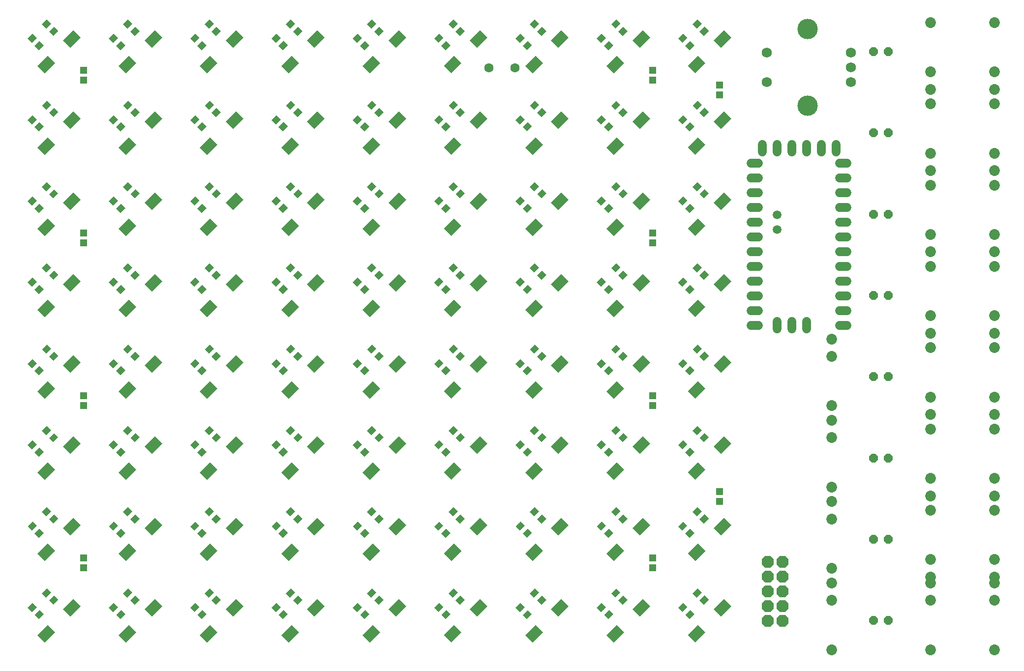
<source format=gbr>
G04 EAGLE Gerber RS-274X export*
G75*
%MOMM*%
%FSLAX34Y34*%
%LPD*%
%INSoldermask Top*%
%IPPOS*%
%AMOC8*
5,1,8,0,0,1.08239X$1,22.5*%
G01*
%ADD10R,1.203200X1.303200*%
%ADD11C,1.853200*%
%ADD12R,1.053200X1.203200*%
%ADD13P,1.649562X8X22.500000*%
%ADD14R,2.503200X1.803200*%
%ADD15C,1.727200*%
%ADD16C,3.505200*%
%ADD17C,1.511200*%
%ADD18C,1.511200*%
%ADD19P,2.254402X8X112.500000*%
%ADD20C,1.603200*%


D10*
X105070Y994630D03*
X105070Y1011630D03*
X1085070Y994630D03*
X1085070Y1011630D03*
X105070Y714630D03*
X105070Y731630D03*
X1085070Y714630D03*
X1085070Y731630D03*
X105070Y434630D03*
X105070Y451630D03*
X1085070Y434630D03*
X1085070Y451630D03*
X1085070Y154630D03*
X1085070Y171630D03*
X105070Y154630D03*
X105070Y171630D03*
X1199670Y269230D03*
X1199670Y286230D03*
X1199670Y969230D03*
X1199670Y986230D03*
D11*
X1392840Y433960D03*
X1392840Y518960D03*
X1392840Y548960D03*
X1392840Y293960D03*
X1392840Y378960D03*
X1392840Y408960D03*
D12*
G36*
X17038Y1074920D02*
X24485Y1067473D01*
X15978Y1058966D01*
X8531Y1066413D01*
X17038Y1074920D01*
G37*
G36*
X41787Y1099669D02*
X49234Y1092222D01*
X40727Y1083715D01*
X33280Y1091162D01*
X41787Y1099669D01*
G37*
G36*
X29413Y1062545D02*
X36860Y1055098D01*
X28353Y1046591D01*
X20906Y1054038D01*
X29413Y1062545D01*
G37*
G36*
X54162Y1087294D02*
X61609Y1079847D01*
X53102Y1071340D01*
X45655Y1078787D01*
X54162Y1087294D01*
G37*
G36*
X893102Y931340D02*
X885655Y938787D01*
X894162Y947294D01*
X901609Y939847D01*
X893102Y931340D01*
G37*
G36*
X868353Y906591D02*
X860906Y914038D01*
X869413Y922545D01*
X876860Y915098D01*
X868353Y906591D01*
G37*
G36*
X880727Y943715D02*
X873280Y951162D01*
X881787Y959669D01*
X889234Y952222D01*
X880727Y943715D01*
G37*
G36*
X855978Y918966D02*
X848531Y926413D01*
X857038Y934920D01*
X864485Y927473D01*
X855978Y918966D01*
G37*
G36*
X753102Y931340D02*
X745655Y938787D01*
X754162Y947294D01*
X761609Y939847D01*
X753102Y931340D01*
G37*
G36*
X728353Y906591D02*
X720906Y914038D01*
X729413Y922545D01*
X736860Y915098D01*
X728353Y906591D01*
G37*
G36*
X740727Y943715D02*
X733280Y951162D01*
X741787Y959669D01*
X749234Y952222D01*
X740727Y943715D01*
G37*
G36*
X715978Y918966D02*
X708531Y926413D01*
X717038Y934920D01*
X724485Y927473D01*
X715978Y918966D01*
G37*
G36*
X613102Y931340D02*
X605655Y938787D01*
X614162Y947294D01*
X621609Y939847D01*
X613102Y931340D01*
G37*
G36*
X588353Y906591D02*
X580906Y914038D01*
X589413Y922545D01*
X596860Y915098D01*
X588353Y906591D01*
G37*
G36*
X600727Y943715D02*
X593280Y951162D01*
X601787Y959669D01*
X609234Y952222D01*
X600727Y943715D01*
G37*
G36*
X575978Y918966D02*
X568531Y926413D01*
X577038Y934920D01*
X584485Y927473D01*
X575978Y918966D01*
G37*
G36*
X473102Y931340D02*
X465655Y938787D01*
X474162Y947294D01*
X481609Y939847D01*
X473102Y931340D01*
G37*
G36*
X448353Y906591D02*
X440906Y914038D01*
X449413Y922545D01*
X456860Y915098D01*
X448353Y906591D01*
G37*
G36*
X460727Y943715D02*
X453280Y951162D01*
X461787Y959669D01*
X469234Y952222D01*
X460727Y943715D01*
G37*
G36*
X435978Y918966D02*
X428531Y926413D01*
X437038Y934920D01*
X444485Y927473D01*
X435978Y918966D01*
G37*
G36*
X333102Y931340D02*
X325655Y938787D01*
X334162Y947294D01*
X341609Y939847D01*
X333102Y931340D01*
G37*
G36*
X308353Y906591D02*
X300906Y914038D01*
X309413Y922545D01*
X316860Y915098D01*
X308353Y906591D01*
G37*
G36*
X320727Y943715D02*
X313280Y951162D01*
X321787Y959669D01*
X329234Y952222D01*
X320727Y943715D01*
G37*
G36*
X295978Y918966D02*
X288531Y926413D01*
X297038Y934920D01*
X304485Y927473D01*
X295978Y918966D01*
G37*
G36*
X193102Y931340D02*
X185655Y938787D01*
X194162Y947294D01*
X201609Y939847D01*
X193102Y931340D01*
G37*
G36*
X168353Y906591D02*
X160906Y914038D01*
X169413Y922545D01*
X176860Y915098D01*
X168353Y906591D01*
G37*
G36*
X180727Y943715D02*
X173280Y951162D01*
X181787Y959669D01*
X189234Y952222D01*
X180727Y943715D01*
G37*
G36*
X155978Y918966D02*
X148531Y926413D01*
X157038Y934920D01*
X164485Y927473D01*
X155978Y918966D01*
G37*
G36*
X53102Y931340D02*
X45655Y938787D01*
X54162Y947294D01*
X61609Y939847D01*
X53102Y931340D01*
G37*
G36*
X28353Y906591D02*
X20906Y914038D01*
X29413Y922545D01*
X36860Y915098D01*
X28353Y906591D01*
G37*
G36*
X40727Y943715D02*
X33280Y951162D01*
X41787Y959669D01*
X49234Y952222D01*
X40727Y943715D01*
G37*
G36*
X15978Y918966D02*
X8531Y926413D01*
X17038Y934920D01*
X24485Y927473D01*
X15978Y918966D01*
G37*
G36*
X17038Y794920D02*
X24485Y787473D01*
X15978Y778966D01*
X8531Y786413D01*
X17038Y794920D01*
G37*
G36*
X41787Y819669D02*
X49234Y812222D01*
X40727Y803715D01*
X33280Y811162D01*
X41787Y819669D01*
G37*
G36*
X29413Y782545D02*
X36860Y775098D01*
X28353Y766591D01*
X20906Y774038D01*
X29413Y782545D01*
G37*
G36*
X54162Y807294D02*
X61609Y799847D01*
X53102Y791340D01*
X45655Y798787D01*
X54162Y807294D01*
G37*
G36*
X157038Y794920D02*
X164485Y787473D01*
X155978Y778966D01*
X148531Y786413D01*
X157038Y794920D01*
G37*
G36*
X181787Y819669D02*
X189234Y812222D01*
X180727Y803715D01*
X173280Y811162D01*
X181787Y819669D01*
G37*
G36*
X169413Y782545D02*
X176860Y775098D01*
X168353Y766591D01*
X160906Y774038D01*
X169413Y782545D01*
G37*
G36*
X194162Y807294D02*
X201609Y799847D01*
X193102Y791340D01*
X185655Y798787D01*
X194162Y807294D01*
G37*
G36*
X297038Y794920D02*
X304485Y787473D01*
X295978Y778966D01*
X288531Y786413D01*
X297038Y794920D01*
G37*
G36*
X321787Y819669D02*
X329234Y812222D01*
X320727Y803715D01*
X313280Y811162D01*
X321787Y819669D01*
G37*
G36*
X309413Y782545D02*
X316860Y775098D01*
X308353Y766591D01*
X300906Y774038D01*
X309413Y782545D01*
G37*
G36*
X334162Y807294D02*
X341609Y799847D01*
X333102Y791340D01*
X325655Y798787D01*
X334162Y807294D01*
G37*
G36*
X157038Y1074920D02*
X164485Y1067473D01*
X155978Y1058966D01*
X148531Y1066413D01*
X157038Y1074920D01*
G37*
G36*
X181787Y1099669D02*
X189234Y1092222D01*
X180727Y1083715D01*
X173280Y1091162D01*
X181787Y1099669D01*
G37*
G36*
X169413Y1062545D02*
X176860Y1055098D01*
X168353Y1046591D01*
X160906Y1054038D01*
X169413Y1062545D01*
G37*
G36*
X194162Y1087294D02*
X201609Y1079847D01*
X193102Y1071340D01*
X185655Y1078787D01*
X194162Y1087294D01*
G37*
G36*
X437038Y794920D02*
X444485Y787473D01*
X435978Y778966D01*
X428531Y786413D01*
X437038Y794920D01*
G37*
G36*
X461787Y819669D02*
X469234Y812222D01*
X460727Y803715D01*
X453280Y811162D01*
X461787Y819669D01*
G37*
G36*
X449413Y782545D02*
X456860Y775098D01*
X448353Y766591D01*
X440906Y774038D01*
X449413Y782545D01*
G37*
G36*
X474162Y807294D02*
X481609Y799847D01*
X473102Y791340D01*
X465655Y798787D01*
X474162Y807294D01*
G37*
G36*
X577038Y794920D02*
X584485Y787473D01*
X575978Y778966D01*
X568531Y786413D01*
X577038Y794920D01*
G37*
G36*
X601787Y819669D02*
X609234Y812222D01*
X600727Y803715D01*
X593280Y811162D01*
X601787Y819669D01*
G37*
G36*
X589413Y782545D02*
X596860Y775098D01*
X588353Y766591D01*
X580906Y774038D01*
X589413Y782545D01*
G37*
G36*
X614162Y807294D02*
X621609Y799847D01*
X613102Y791340D01*
X605655Y798787D01*
X614162Y807294D01*
G37*
G36*
X717038Y794920D02*
X724485Y787473D01*
X715978Y778966D01*
X708531Y786413D01*
X717038Y794920D01*
G37*
G36*
X741787Y819669D02*
X749234Y812222D01*
X740727Y803715D01*
X733280Y811162D01*
X741787Y819669D01*
G37*
G36*
X729413Y782545D02*
X736860Y775098D01*
X728353Y766591D01*
X720906Y774038D01*
X729413Y782545D01*
G37*
G36*
X754162Y807294D02*
X761609Y799847D01*
X753102Y791340D01*
X745655Y798787D01*
X754162Y807294D01*
G37*
G36*
X857038Y794920D02*
X864485Y787473D01*
X855978Y778966D01*
X848531Y786413D01*
X857038Y794920D01*
G37*
G36*
X881787Y819669D02*
X889234Y812222D01*
X880727Y803715D01*
X873280Y811162D01*
X881787Y819669D01*
G37*
G36*
X869413Y782545D02*
X876860Y775098D01*
X868353Y766591D01*
X860906Y774038D01*
X869413Y782545D01*
G37*
G36*
X894162Y807294D02*
X901609Y799847D01*
X893102Y791340D01*
X885655Y798787D01*
X894162Y807294D01*
G37*
G36*
X997038Y794920D02*
X1004485Y787473D01*
X995978Y778966D01*
X988531Y786413D01*
X997038Y794920D01*
G37*
G36*
X1021787Y819669D02*
X1029234Y812222D01*
X1020727Y803715D01*
X1013280Y811162D01*
X1021787Y819669D01*
G37*
G36*
X1009413Y782545D02*
X1016860Y775098D01*
X1008353Y766591D01*
X1000906Y774038D01*
X1009413Y782545D01*
G37*
G36*
X1034162Y807294D02*
X1041609Y799847D01*
X1033102Y791340D01*
X1025655Y798787D01*
X1034162Y807294D01*
G37*
G36*
X1033102Y651340D02*
X1025655Y658787D01*
X1034162Y667294D01*
X1041609Y659847D01*
X1033102Y651340D01*
G37*
G36*
X1008353Y626591D02*
X1000906Y634038D01*
X1009413Y642545D01*
X1016860Y635098D01*
X1008353Y626591D01*
G37*
G36*
X1020727Y663715D02*
X1013280Y671162D01*
X1021787Y679669D01*
X1029234Y672222D01*
X1020727Y663715D01*
G37*
G36*
X995978Y638966D02*
X988531Y646413D01*
X997038Y654920D01*
X1004485Y647473D01*
X995978Y638966D01*
G37*
G36*
X893102Y651340D02*
X885655Y658787D01*
X894162Y667294D01*
X901609Y659847D01*
X893102Y651340D01*
G37*
G36*
X868353Y626591D02*
X860906Y634038D01*
X869413Y642545D01*
X876860Y635098D01*
X868353Y626591D01*
G37*
G36*
X880727Y663715D02*
X873280Y671162D01*
X881787Y679669D01*
X889234Y672222D01*
X880727Y663715D01*
G37*
G36*
X855978Y638966D02*
X848531Y646413D01*
X857038Y654920D01*
X864485Y647473D01*
X855978Y638966D01*
G37*
G36*
X753102Y651340D02*
X745655Y658787D01*
X754162Y667294D01*
X761609Y659847D01*
X753102Y651340D01*
G37*
G36*
X728353Y626591D02*
X720906Y634038D01*
X729413Y642545D01*
X736860Y635098D01*
X728353Y626591D01*
G37*
G36*
X740727Y663715D02*
X733280Y671162D01*
X741787Y679669D01*
X749234Y672222D01*
X740727Y663715D01*
G37*
G36*
X715978Y638966D02*
X708531Y646413D01*
X717038Y654920D01*
X724485Y647473D01*
X715978Y638966D01*
G37*
G36*
X613102Y651340D02*
X605655Y658787D01*
X614162Y667294D01*
X621609Y659847D01*
X613102Y651340D01*
G37*
G36*
X588353Y626591D02*
X580906Y634038D01*
X589413Y642545D01*
X596860Y635098D01*
X588353Y626591D01*
G37*
G36*
X600727Y663715D02*
X593280Y671162D01*
X601787Y679669D01*
X609234Y672222D01*
X600727Y663715D01*
G37*
G36*
X575978Y638966D02*
X568531Y646413D01*
X577038Y654920D01*
X584485Y647473D01*
X575978Y638966D01*
G37*
G36*
X473102Y651340D02*
X465655Y658787D01*
X474162Y667294D01*
X481609Y659847D01*
X473102Y651340D01*
G37*
G36*
X448353Y626591D02*
X440906Y634038D01*
X449413Y642545D01*
X456860Y635098D01*
X448353Y626591D01*
G37*
G36*
X460727Y663715D02*
X453280Y671162D01*
X461787Y679669D01*
X469234Y672222D01*
X460727Y663715D01*
G37*
G36*
X435978Y638966D02*
X428531Y646413D01*
X437038Y654920D01*
X444485Y647473D01*
X435978Y638966D01*
G37*
G36*
X297038Y1074920D02*
X304485Y1067473D01*
X295978Y1058966D01*
X288531Y1066413D01*
X297038Y1074920D01*
G37*
G36*
X321787Y1099669D02*
X329234Y1092222D01*
X320727Y1083715D01*
X313280Y1091162D01*
X321787Y1099669D01*
G37*
G36*
X309413Y1062545D02*
X316860Y1055098D01*
X308353Y1046591D01*
X300906Y1054038D01*
X309413Y1062545D01*
G37*
G36*
X334162Y1087294D02*
X341609Y1079847D01*
X333102Y1071340D01*
X325655Y1078787D01*
X334162Y1087294D01*
G37*
G36*
X333102Y651340D02*
X325655Y658787D01*
X334162Y667294D01*
X341609Y659847D01*
X333102Y651340D01*
G37*
G36*
X308353Y626591D02*
X300906Y634038D01*
X309413Y642545D01*
X316860Y635098D01*
X308353Y626591D01*
G37*
G36*
X320727Y663715D02*
X313280Y671162D01*
X321787Y679669D01*
X329234Y672222D01*
X320727Y663715D01*
G37*
G36*
X295978Y638966D02*
X288531Y646413D01*
X297038Y654920D01*
X304485Y647473D01*
X295978Y638966D01*
G37*
G36*
X193102Y651340D02*
X185655Y658787D01*
X194162Y667294D01*
X201609Y659847D01*
X193102Y651340D01*
G37*
G36*
X168353Y626591D02*
X160906Y634038D01*
X169413Y642545D01*
X176860Y635098D01*
X168353Y626591D01*
G37*
G36*
X180727Y663715D02*
X173280Y671162D01*
X181787Y679669D01*
X189234Y672222D01*
X180727Y663715D01*
G37*
G36*
X155978Y638966D02*
X148531Y646413D01*
X157038Y654920D01*
X164485Y647473D01*
X155978Y638966D01*
G37*
G36*
X53102Y651340D02*
X45655Y658787D01*
X54162Y667294D01*
X61609Y659847D01*
X53102Y651340D01*
G37*
G36*
X28353Y626591D02*
X20906Y634038D01*
X29413Y642545D01*
X36860Y635098D01*
X28353Y626591D01*
G37*
G36*
X40727Y663715D02*
X33280Y671162D01*
X41787Y679669D01*
X49234Y672222D01*
X40727Y663715D01*
G37*
G36*
X15978Y638966D02*
X8531Y646413D01*
X17038Y654920D01*
X24485Y647473D01*
X15978Y638966D01*
G37*
G36*
X17038Y514920D02*
X24485Y507473D01*
X15978Y498966D01*
X8531Y506413D01*
X17038Y514920D01*
G37*
G36*
X41787Y539669D02*
X49234Y532222D01*
X40727Y523715D01*
X33280Y531162D01*
X41787Y539669D01*
G37*
G36*
X29413Y502545D02*
X36860Y495098D01*
X28353Y486591D01*
X20906Y494038D01*
X29413Y502545D01*
G37*
G36*
X54162Y527294D02*
X61609Y519847D01*
X53102Y511340D01*
X45655Y518787D01*
X54162Y527294D01*
G37*
G36*
X157038Y514920D02*
X164485Y507473D01*
X155978Y498966D01*
X148531Y506413D01*
X157038Y514920D01*
G37*
G36*
X181787Y539669D02*
X189234Y532222D01*
X180727Y523715D01*
X173280Y531162D01*
X181787Y539669D01*
G37*
G36*
X169413Y502545D02*
X176860Y495098D01*
X168353Y486591D01*
X160906Y494038D01*
X169413Y502545D01*
G37*
G36*
X194162Y527294D02*
X201609Y519847D01*
X193102Y511340D01*
X185655Y518787D01*
X194162Y527294D01*
G37*
G36*
X297038Y514920D02*
X304485Y507473D01*
X295978Y498966D01*
X288531Y506413D01*
X297038Y514920D01*
G37*
G36*
X321787Y539669D02*
X329234Y532222D01*
X320727Y523715D01*
X313280Y531162D01*
X321787Y539669D01*
G37*
G36*
X309413Y502545D02*
X316860Y495098D01*
X308353Y486591D01*
X300906Y494038D01*
X309413Y502545D01*
G37*
G36*
X334162Y527294D02*
X341609Y519847D01*
X333102Y511340D01*
X325655Y518787D01*
X334162Y527294D01*
G37*
G36*
X437038Y514920D02*
X444485Y507473D01*
X435978Y498966D01*
X428531Y506413D01*
X437038Y514920D01*
G37*
G36*
X461787Y539669D02*
X469234Y532222D01*
X460727Y523715D01*
X453280Y531162D01*
X461787Y539669D01*
G37*
G36*
X449413Y502545D02*
X456860Y495098D01*
X448353Y486591D01*
X440906Y494038D01*
X449413Y502545D01*
G37*
G36*
X474162Y527294D02*
X481609Y519847D01*
X473102Y511340D01*
X465655Y518787D01*
X474162Y527294D01*
G37*
G36*
X577038Y514920D02*
X584485Y507473D01*
X575978Y498966D01*
X568531Y506413D01*
X577038Y514920D01*
G37*
G36*
X601787Y539669D02*
X609234Y532222D01*
X600727Y523715D01*
X593280Y531162D01*
X601787Y539669D01*
G37*
G36*
X589413Y502545D02*
X596860Y495098D01*
X588353Y486591D01*
X580906Y494038D01*
X589413Y502545D01*
G37*
G36*
X614162Y527294D02*
X621609Y519847D01*
X613102Y511340D01*
X605655Y518787D01*
X614162Y527294D01*
G37*
G36*
X717038Y514920D02*
X724485Y507473D01*
X715978Y498966D01*
X708531Y506413D01*
X717038Y514920D01*
G37*
G36*
X741787Y539669D02*
X749234Y532222D01*
X740727Y523715D01*
X733280Y531162D01*
X741787Y539669D01*
G37*
G36*
X729413Y502545D02*
X736860Y495098D01*
X728353Y486591D01*
X720906Y494038D01*
X729413Y502545D01*
G37*
G36*
X754162Y527294D02*
X761609Y519847D01*
X753102Y511340D01*
X745655Y518787D01*
X754162Y527294D01*
G37*
G36*
X857038Y514920D02*
X864485Y507473D01*
X855978Y498966D01*
X848531Y506413D01*
X857038Y514920D01*
G37*
G36*
X881787Y539669D02*
X889234Y532222D01*
X880727Y523715D01*
X873280Y531162D01*
X881787Y539669D01*
G37*
G36*
X869413Y502545D02*
X876860Y495098D01*
X868353Y486591D01*
X860906Y494038D01*
X869413Y502545D01*
G37*
G36*
X894162Y527294D02*
X901609Y519847D01*
X893102Y511340D01*
X885655Y518787D01*
X894162Y527294D01*
G37*
G36*
X437038Y1074920D02*
X444485Y1067473D01*
X435978Y1058966D01*
X428531Y1066413D01*
X437038Y1074920D01*
G37*
G36*
X461787Y1099669D02*
X469234Y1092222D01*
X460727Y1083715D01*
X453280Y1091162D01*
X461787Y1099669D01*
G37*
G36*
X449413Y1062545D02*
X456860Y1055098D01*
X448353Y1046591D01*
X440906Y1054038D01*
X449413Y1062545D01*
G37*
G36*
X474162Y1087294D02*
X481609Y1079847D01*
X473102Y1071340D01*
X465655Y1078787D01*
X474162Y1087294D01*
G37*
G36*
X997038Y514920D02*
X1004485Y507473D01*
X995978Y498966D01*
X988531Y506413D01*
X997038Y514920D01*
G37*
G36*
X1021787Y539669D02*
X1029234Y532222D01*
X1020727Y523715D01*
X1013280Y531162D01*
X1021787Y539669D01*
G37*
G36*
X1009413Y502545D02*
X1016860Y495098D01*
X1008353Y486591D01*
X1000906Y494038D01*
X1009413Y502545D01*
G37*
G36*
X1034162Y527294D02*
X1041609Y519847D01*
X1033102Y511340D01*
X1025655Y518787D01*
X1034162Y527294D01*
G37*
G36*
X1033102Y371340D02*
X1025655Y378787D01*
X1034162Y387294D01*
X1041609Y379847D01*
X1033102Y371340D01*
G37*
G36*
X1008353Y346591D02*
X1000906Y354038D01*
X1009413Y362545D01*
X1016860Y355098D01*
X1008353Y346591D01*
G37*
G36*
X1020727Y383715D02*
X1013280Y391162D01*
X1021787Y399669D01*
X1029234Y392222D01*
X1020727Y383715D01*
G37*
G36*
X995978Y358966D02*
X988531Y366413D01*
X997038Y374920D01*
X1004485Y367473D01*
X995978Y358966D01*
G37*
G36*
X893102Y371340D02*
X885655Y378787D01*
X894162Y387294D01*
X901609Y379847D01*
X893102Y371340D01*
G37*
G36*
X868353Y346591D02*
X860906Y354038D01*
X869413Y362545D01*
X876860Y355098D01*
X868353Y346591D01*
G37*
G36*
X880727Y383715D02*
X873280Y391162D01*
X881787Y399669D01*
X889234Y392222D01*
X880727Y383715D01*
G37*
G36*
X855978Y358966D02*
X848531Y366413D01*
X857038Y374920D01*
X864485Y367473D01*
X855978Y358966D01*
G37*
G36*
X753102Y371340D02*
X745655Y378787D01*
X754162Y387294D01*
X761609Y379847D01*
X753102Y371340D01*
G37*
G36*
X728353Y346591D02*
X720906Y354038D01*
X729413Y362545D01*
X736860Y355098D01*
X728353Y346591D01*
G37*
G36*
X740727Y383715D02*
X733280Y391162D01*
X741787Y399669D01*
X749234Y392222D01*
X740727Y383715D01*
G37*
G36*
X715978Y358966D02*
X708531Y366413D01*
X717038Y374920D01*
X724485Y367473D01*
X715978Y358966D01*
G37*
G36*
X613102Y371340D02*
X605655Y378787D01*
X614162Y387294D01*
X621609Y379847D01*
X613102Y371340D01*
G37*
G36*
X588353Y346591D02*
X580906Y354038D01*
X589413Y362545D01*
X596860Y355098D01*
X588353Y346591D01*
G37*
G36*
X600727Y383715D02*
X593280Y391162D01*
X601787Y399669D01*
X609234Y392222D01*
X600727Y383715D01*
G37*
G36*
X575978Y358966D02*
X568531Y366413D01*
X577038Y374920D01*
X584485Y367473D01*
X575978Y358966D01*
G37*
G36*
X473102Y371340D02*
X465655Y378787D01*
X474162Y387294D01*
X481609Y379847D01*
X473102Y371340D01*
G37*
G36*
X448353Y346591D02*
X440906Y354038D01*
X449413Y362545D01*
X456860Y355098D01*
X448353Y346591D01*
G37*
G36*
X460727Y383715D02*
X453280Y391162D01*
X461787Y399669D01*
X469234Y392222D01*
X460727Y383715D01*
G37*
G36*
X435978Y358966D02*
X428531Y366413D01*
X437038Y374920D01*
X444485Y367473D01*
X435978Y358966D01*
G37*
G36*
X333102Y371340D02*
X325655Y378787D01*
X334162Y387294D01*
X341609Y379847D01*
X333102Y371340D01*
G37*
G36*
X308353Y346591D02*
X300906Y354038D01*
X309413Y362545D01*
X316860Y355098D01*
X308353Y346591D01*
G37*
G36*
X320727Y383715D02*
X313280Y391162D01*
X321787Y399669D01*
X329234Y392222D01*
X320727Y383715D01*
G37*
G36*
X295978Y358966D02*
X288531Y366413D01*
X297038Y374920D01*
X304485Y367473D01*
X295978Y358966D01*
G37*
G36*
X193102Y371340D02*
X185655Y378787D01*
X194162Y387294D01*
X201609Y379847D01*
X193102Y371340D01*
G37*
G36*
X168353Y346591D02*
X160906Y354038D01*
X169413Y362545D01*
X176860Y355098D01*
X168353Y346591D01*
G37*
G36*
X180727Y383715D02*
X173280Y391162D01*
X181787Y399669D01*
X189234Y392222D01*
X180727Y383715D01*
G37*
G36*
X155978Y358966D02*
X148531Y366413D01*
X157038Y374920D01*
X164485Y367473D01*
X155978Y358966D01*
G37*
G36*
X53102Y371340D02*
X45655Y378787D01*
X54162Y387294D01*
X61609Y379847D01*
X53102Y371340D01*
G37*
G36*
X28353Y346591D02*
X20906Y354038D01*
X29413Y362545D01*
X36860Y355098D01*
X28353Y346591D01*
G37*
G36*
X40727Y383715D02*
X33280Y391162D01*
X41787Y399669D01*
X49234Y392222D01*
X40727Y383715D01*
G37*
G36*
X15978Y358966D02*
X8531Y366413D01*
X17038Y374920D01*
X24485Y367473D01*
X15978Y358966D01*
G37*
G36*
X17038Y234920D02*
X24485Y227473D01*
X15978Y218966D01*
X8531Y226413D01*
X17038Y234920D01*
G37*
G36*
X41787Y259669D02*
X49234Y252222D01*
X40727Y243715D01*
X33280Y251162D01*
X41787Y259669D01*
G37*
G36*
X29413Y222545D02*
X36860Y215098D01*
X28353Y206591D01*
X20906Y214038D01*
X29413Y222545D01*
G37*
G36*
X54162Y247294D02*
X61609Y239847D01*
X53102Y231340D01*
X45655Y238787D01*
X54162Y247294D01*
G37*
G36*
X577038Y1074920D02*
X584485Y1067473D01*
X575978Y1058966D01*
X568531Y1066413D01*
X577038Y1074920D01*
G37*
G36*
X601787Y1099669D02*
X609234Y1092222D01*
X600727Y1083715D01*
X593280Y1091162D01*
X601787Y1099669D01*
G37*
G36*
X589413Y1062545D02*
X596860Y1055098D01*
X588353Y1046591D01*
X580906Y1054038D01*
X589413Y1062545D01*
G37*
G36*
X614162Y1087294D02*
X621609Y1079847D01*
X613102Y1071340D01*
X605655Y1078787D01*
X614162Y1087294D01*
G37*
G36*
X157038Y234920D02*
X164485Y227473D01*
X155978Y218966D01*
X148531Y226413D01*
X157038Y234920D01*
G37*
G36*
X181787Y259669D02*
X189234Y252222D01*
X180727Y243715D01*
X173280Y251162D01*
X181787Y259669D01*
G37*
G36*
X169413Y222545D02*
X176860Y215098D01*
X168353Y206591D01*
X160906Y214038D01*
X169413Y222545D01*
G37*
G36*
X194162Y247294D02*
X201609Y239847D01*
X193102Y231340D01*
X185655Y238787D01*
X194162Y247294D01*
G37*
G36*
X297038Y234920D02*
X304485Y227473D01*
X295978Y218966D01*
X288531Y226413D01*
X297038Y234920D01*
G37*
G36*
X321787Y259669D02*
X329234Y252222D01*
X320727Y243715D01*
X313280Y251162D01*
X321787Y259669D01*
G37*
G36*
X309413Y222545D02*
X316860Y215098D01*
X308353Y206591D01*
X300906Y214038D01*
X309413Y222545D01*
G37*
G36*
X334162Y247294D02*
X341609Y239847D01*
X333102Y231340D01*
X325655Y238787D01*
X334162Y247294D01*
G37*
G36*
X437038Y234920D02*
X444485Y227473D01*
X435978Y218966D01*
X428531Y226413D01*
X437038Y234920D01*
G37*
G36*
X461787Y259669D02*
X469234Y252222D01*
X460727Y243715D01*
X453280Y251162D01*
X461787Y259669D01*
G37*
G36*
X449413Y222545D02*
X456860Y215098D01*
X448353Y206591D01*
X440906Y214038D01*
X449413Y222545D01*
G37*
G36*
X474162Y247294D02*
X481609Y239847D01*
X473102Y231340D01*
X465655Y238787D01*
X474162Y247294D01*
G37*
G36*
X577038Y234920D02*
X584485Y227473D01*
X575978Y218966D01*
X568531Y226413D01*
X577038Y234920D01*
G37*
G36*
X601787Y259669D02*
X609234Y252222D01*
X600727Y243715D01*
X593280Y251162D01*
X601787Y259669D01*
G37*
G36*
X589413Y222545D02*
X596860Y215098D01*
X588353Y206591D01*
X580906Y214038D01*
X589413Y222545D01*
G37*
G36*
X614162Y247294D02*
X621609Y239847D01*
X613102Y231340D01*
X605655Y238787D01*
X614162Y247294D01*
G37*
G36*
X717038Y234920D02*
X724485Y227473D01*
X715978Y218966D01*
X708531Y226413D01*
X717038Y234920D01*
G37*
G36*
X741787Y259669D02*
X749234Y252222D01*
X740727Y243715D01*
X733280Y251162D01*
X741787Y259669D01*
G37*
G36*
X729413Y222545D02*
X736860Y215098D01*
X728353Y206591D01*
X720906Y214038D01*
X729413Y222545D01*
G37*
G36*
X754162Y247294D02*
X761609Y239847D01*
X753102Y231340D01*
X745655Y238787D01*
X754162Y247294D01*
G37*
G36*
X857038Y234920D02*
X864485Y227473D01*
X855978Y218966D01*
X848531Y226413D01*
X857038Y234920D01*
G37*
G36*
X881787Y259669D02*
X889234Y252222D01*
X880727Y243715D01*
X873280Y251162D01*
X881787Y259669D01*
G37*
G36*
X869413Y222545D02*
X876860Y215098D01*
X868353Y206591D01*
X860906Y214038D01*
X869413Y222545D01*
G37*
G36*
X894162Y247294D02*
X901609Y239847D01*
X893102Y231340D01*
X885655Y238787D01*
X894162Y247294D01*
G37*
G36*
X997038Y234920D02*
X1004485Y227473D01*
X995978Y218966D01*
X988531Y226413D01*
X997038Y234920D01*
G37*
G36*
X1021787Y259669D02*
X1029234Y252222D01*
X1020727Y243715D01*
X1013280Y251162D01*
X1021787Y259669D01*
G37*
G36*
X1009413Y222545D02*
X1016860Y215098D01*
X1008353Y206591D01*
X1000906Y214038D01*
X1009413Y222545D01*
G37*
G36*
X1034162Y247294D02*
X1041609Y239847D01*
X1033102Y231340D01*
X1025655Y238787D01*
X1034162Y247294D01*
G37*
G36*
X1033102Y91340D02*
X1025655Y98787D01*
X1034162Y107294D01*
X1041609Y99847D01*
X1033102Y91340D01*
G37*
G36*
X1008353Y66591D02*
X1000906Y74038D01*
X1009413Y82545D01*
X1016860Y75098D01*
X1008353Y66591D01*
G37*
G36*
X1020727Y103715D02*
X1013280Y111162D01*
X1021787Y119669D01*
X1029234Y112222D01*
X1020727Y103715D01*
G37*
G36*
X995978Y78966D02*
X988531Y86413D01*
X997038Y94920D01*
X1004485Y87473D01*
X995978Y78966D01*
G37*
G36*
X893102Y91340D02*
X885655Y98787D01*
X894162Y107294D01*
X901609Y99847D01*
X893102Y91340D01*
G37*
G36*
X868353Y66591D02*
X860906Y74038D01*
X869413Y82545D01*
X876860Y75098D01*
X868353Y66591D01*
G37*
G36*
X880727Y103715D02*
X873280Y111162D01*
X881787Y119669D01*
X889234Y112222D01*
X880727Y103715D01*
G37*
G36*
X855978Y78966D02*
X848531Y86413D01*
X857038Y94920D01*
X864485Y87473D01*
X855978Y78966D01*
G37*
G36*
X753102Y91340D02*
X745655Y98787D01*
X754162Y107294D01*
X761609Y99847D01*
X753102Y91340D01*
G37*
G36*
X728353Y66591D02*
X720906Y74038D01*
X729413Y82545D01*
X736860Y75098D01*
X728353Y66591D01*
G37*
G36*
X740727Y103715D02*
X733280Y111162D01*
X741787Y119669D01*
X749234Y112222D01*
X740727Y103715D01*
G37*
G36*
X715978Y78966D02*
X708531Y86413D01*
X717038Y94920D01*
X724485Y87473D01*
X715978Y78966D01*
G37*
G36*
X717038Y1074920D02*
X724485Y1067473D01*
X715978Y1058966D01*
X708531Y1066413D01*
X717038Y1074920D01*
G37*
G36*
X741787Y1099669D02*
X749234Y1092222D01*
X740727Y1083715D01*
X733280Y1091162D01*
X741787Y1099669D01*
G37*
G36*
X729413Y1062545D02*
X736860Y1055098D01*
X728353Y1046591D01*
X720906Y1054038D01*
X729413Y1062545D01*
G37*
G36*
X754162Y1087294D02*
X761609Y1079847D01*
X753102Y1071340D01*
X745655Y1078787D01*
X754162Y1087294D01*
G37*
G36*
X613102Y91340D02*
X605655Y98787D01*
X614162Y107294D01*
X621609Y99847D01*
X613102Y91340D01*
G37*
G36*
X588353Y66591D02*
X580906Y74038D01*
X589413Y82545D01*
X596860Y75098D01*
X588353Y66591D01*
G37*
G36*
X600727Y103715D02*
X593280Y111162D01*
X601787Y119669D01*
X609234Y112222D01*
X600727Y103715D01*
G37*
G36*
X575978Y78966D02*
X568531Y86413D01*
X577038Y94920D01*
X584485Y87473D01*
X575978Y78966D01*
G37*
G36*
X473102Y91340D02*
X465655Y98787D01*
X474162Y107294D01*
X481609Y99847D01*
X473102Y91340D01*
G37*
G36*
X448353Y66591D02*
X440906Y74038D01*
X449413Y82545D01*
X456860Y75098D01*
X448353Y66591D01*
G37*
G36*
X460727Y103715D02*
X453280Y111162D01*
X461787Y119669D01*
X469234Y112222D01*
X460727Y103715D01*
G37*
G36*
X435978Y78966D02*
X428531Y86413D01*
X437038Y94920D01*
X444485Y87473D01*
X435978Y78966D01*
G37*
G36*
X333102Y91340D02*
X325655Y98787D01*
X334162Y107294D01*
X341609Y99847D01*
X333102Y91340D01*
G37*
G36*
X308353Y66591D02*
X300906Y74038D01*
X309413Y82545D01*
X316860Y75098D01*
X308353Y66591D01*
G37*
G36*
X320727Y103715D02*
X313280Y111162D01*
X321787Y119669D01*
X329234Y112222D01*
X320727Y103715D01*
G37*
G36*
X295978Y78966D02*
X288531Y86413D01*
X297038Y94920D01*
X304485Y87473D01*
X295978Y78966D01*
G37*
G36*
X193102Y91340D02*
X185655Y98787D01*
X194162Y107294D01*
X201609Y99847D01*
X193102Y91340D01*
G37*
G36*
X168353Y66591D02*
X160906Y74038D01*
X169413Y82545D01*
X176860Y75098D01*
X168353Y66591D01*
G37*
G36*
X180727Y103715D02*
X173280Y111162D01*
X181787Y119669D01*
X189234Y112222D01*
X180727Y103715D01*
G37*
G36*
X155978Y78966D02*
X148531Y86413D01*
X157038Y94920D01*
X164485Y87473D01*
X155978Y78966D01*
G37*
G36*
X53102Y91340D02*
X45655Y98787D01*
X54162Y107294D01*
X61609Y99847D01*
X53102Y91340D01*
G37*
G36*
X28353Y66591D02*
X20906Y74038D01*
X29413Y82545D01*
X36860Y75098D01*
X28353Y66591D01*
G37*
G36*
X40727Y103715D02*
X33280Y111162D01*
X41787Y119669D01*
X49234Y112222D01*
X40727Y103715D01*
G37*
G36*
X15978Y78966D02*
X8531Y86413D01*
X17038Y94920D01*
X24485Y87473D01*
X15978Y78966D01*
G37*
G36*
X1173102Y91340D02*
X1165655Y98787D01*
X1174162Y107294D01*
X1181609Y99847D01*
X1173102Y91340D01*
G37*
G36*
X1148353Y66591D02*
X1140906Y74038D01*
X1149413Y82545D01*
X1156860Y75098D01*
X1148353Y66591D01*
G37*
G36*
X1160727Y103715D02*
X1153280Y111162D01*
X1161787Y119669D01*
X1169234Y112222D01*
X1160727Y103715D01*
G37*
G36*
X1135978Y78966D02*
X1128531Y86413D01*
X1137038Y94920D01*
X1144485Y87473D01*
X1135978Y78966D01*
G37*
G36*
X1173102Y231340D02*
X1165655Y238787D01*
X1174162Y247294D01*
X1181609Y239847D01*
X1173102Y231340D01*
G37*
G36*
X1148353Y206591D02*
X1140906Y214038D01*
X1149413Y222545D01*
X1156860Y215098D01*
X1148353Y206591D01*
G37*
G36*
X1160727Y243715D02*
X1153280Y251162D01*
X1161787Y259669D01*
X1169234Y252222D01*
X1160727Y243715D01*
G37*
G36*
X1135978Y218966D02*
X1128531Y226413D01*
X1137038Y234920D01*
X1144485Y227473D01*
X1135978Y218966D01*
G37*
G36*
X1173102Y371340D02*
X1165655Y378787D01*
X1174162Y387294D01*
X1181609Y379847D01*
X1173102Y371340D01*
G37*
G36*
X1148353Y346591D02*
X1140906Y354038D01*
X1149413Y362545D01*
X1156860Y355098D01*
X1148353Y346591D01*
G37*
G36*
X1160727Y383715D02*
X1153280Y391162D01*
X1161787Y399669D01*
X1169234Y392222D01*
X1160727Y383715D01*
G37*
G36*
X1135978Y358966D02*
X1128531Y366413D01*
X1137038Y374920D01*
X1144485Y367473D01*
X1135978Y358966D01*
G37*
G36*
X1173102Y511340D02*
X1165655Y518787D01*
X1174162Y527294D01*
X1181609Y519847D01*
X1173102Y511340D01*
G37*
G36*
X1148353Y486591D02*
X1140906Y494038D01*
X1149413Y502545D01*
X1156860Y495098D01*
X1148353Y486591D01*
G37*
G36*
X1160727Y523715D02*
X1153280Y531162D01*
X1161787Y539669D01*
X1169234Y532222D01*
X1160727Y523715D01*
G37*
G36*
X1135978Y498966D02*
X1128531Y506413D01*
X1137038Y514920D01*
X1144485Y507473D01*
X1135978Y498966D01*
G37*
G36*
X1173102Y651340D02*
X1165655Y658787D01*
X1174162Y667294D01*
X1181609Y659847D01*
X1173102Y651340D01*
G37*
G36*
X1148353Y626591D02*
X1140906Y634038D01*
X1149413Y642545D01*
X1156860Y635098D01*
X1148353Y626591D01*
G37*
G36*
X1160727Y663715D02*
X1153280Y671162D01*
X1161787Y679669D01*
X1169234Y672222D01*
X1160727Y663715D01*
G37*
G36*
X1135978Y638966D02*
X1128531Y646413D01*
X1137038Y654920D01*
X1144485Y647473D01*
X1135978Y638966D01*
G37*
G36*
X857038Y1074920D02*
X864485Y1067473D01*
X855978Y1058966D01*
X848531Y1066413D01*
X857038Y1074920D01*
G37*
G36*
X881787Y1099669D02*
X889234Y1092222D01*
X880727Y1083715D01*
X873280Y1091162D01*
X881787Y1099669D01*
G37*
G36*
X869413Y1062545D02*
X876860Y1055098D01*
X868353Y1046591D01*
X860906Y1054038D01*
X869413Y1062545D01*
G37*
G36*
X894162Y1087294D02*
X901609Y1079847D01*
X893102Y1071340D01*
X885655Y1078787D01*
X894162Y1087294D01*
G37*
G36*
X1173102Y791340D02*
X1165655Y798787D01*
X1174162Y807294D01*
X1181609Y799847D01*
X1173102Y791340D01*
G37*
G36*
X1148353Y766591D02*
X1140906Y774038D01*
X1149413Y782545D01*
X1156860Y775098D01*
X1148353Y766591D01*
G37*
G36*
X1160727Y803715D02*
X1153280Y811162D01*
X1161787Y819669D01*
X1169234Y812222D01*
X1160727Y803715D01*
G37*
G36*
X1135978Y778966D02*
X1128531Y786413D01*
X1137038Y794920D01*
X1144485Y787473D01*
X1135978Y778966D01*
G37*
G36*
X1173102Y931340D02*
X1165655Y938787D01*
X1174162Y947294D01*
X1181609Y939847D01*
X1173102Y931340D01*
G37*
G36*
X1148353Y906591D02*
X1140906Y914038D01*
X1149413Y922545D01*
X1156860Y915098D01*
X1148353Y906591D01*
G37*
G36*
X1160727Y943715D02*
X1153280Y951162D01*
X1161787Y959669D01*
X1169234Y952222D01*
X1160727Y943715D01*
G37*
G36*
X1135978Y918966D02*
X1128531Y926413D01*
X1137038Y934920D01*
X1144485Y927473D01*
X1135978Y918966D01*
G37*
G36*
X1137038Y1074920D02*
X1144485Y1067473D01*
X1135978Y1058966D01*
X1128531Y1066413D01*
X1137038Y1074920D01*
G37*
G36*
X1161787Y1099669D02*
X1169234Y1092222D01*
X1160727Y1083715D01*
X1153280Y1091162D01*
X1161787Y1099669D01*
G37*
G36*
X1149413Y1062545D02*
X1156860Y1055098D01*
X1148353Y1046591D01*
X1140906Y1054038D01*
X1149413Y1062545D01*
G37*
G36*
X1174162Y1087294D02*
X1181609Y1079847D01*
X1173102Y1071340D01*
X1165655Y1078787D01*
X1174162Y1087294D01*
G37*
D13*
X1465160Y1043960D03*
X1490560Y1043960D03*
X1465160Y903960D03*
X1490560Y903960D03*
X1465160Y763960D03*
X1490560Y763960D03*
X1465160Y623960D03*
X1490560Y623960D03*
X1465160Y483960D03*
X1490560Y483960D03*
X1465160Y343960D03*
X1490560Y343960D03*
X1465160Y203960D03*
X1490560Y203960D03*
D12*
G36*
X997038Y1074920D02*
X1004485Y1067473D01*
X995978Y1058966D01*
X988531Y1066413D01*
X997038Y1074920D01*
G37*
G36*
X1021787Y1099669D02*
X1029234Y1092222D01*
X1020727Y1083715D01*
X1013280Y1091162D01*
X1021787Y1099669D01*
G37*
G36*
X1009413Y1062545D02*
X1016860Y1055098D01*
X1008353Y1046591D01*
X1000906Y1054038D01*
X1009413Y1062545D01*
G37*
G36*
X1034162Y1087294D02*
X1041609Y1079847D01*
X1033102Y1071340D01*
X1025655Y1078787D01*
X1034162Y1087294D01*
G37*
D13*
X1465160Y63960D03*
X1490560Y63960D03*
D12*
G36*
X1033102Y931340D02*
X1025655Y938787D01*
X1034162Y947294D01*
X1041609Y939847D01*
X1033102Y931340D01*
G37*
G36*
X1008353Y906591D02*
X1000906Y914038D01*
X1009413Y922545D01*
X1016860Y915098D01*
X1008353Y906591D01*
G37*
G36*
X1020727Y943715D02*
X1013280Y951162D01*
X1021787Y959669D01*
X1029234Y952222D01*
X1020727Y943715D01*
G37*
G36*
X995978Y918966D02*
X988531Y926413D01*
X997038Y934920D01*
X1004485Y927473D01*
X995978Y918966D01*
G37*
D11*
X1392840Y153960D03*
X1392840Y238960D03*
X1392840Y268960D03*
X1392840Y13960D03*
X1392840Y98960D03*
X1392840Y128960D03*
D14*
G36*
X100359Y1068708D02*
X82660Y1051009D01*
X69909Y1063760D01*
X87608Y1081459D01*
X100359Y1068708D01*
G37*
G36*
X55811Y1024160D02*
X38112Y1006461D01*
X25361Y1019212D01*
X43060Y1036911D01*
X55811Y1024160D01*
G37*
G36*
X240359Y928708D02*
X222660Y911009D01*
X209909Y923760D01*
X227608Y941459D01*
X240359Y928708D01*
G37*
G36*
X195811Y884160D02*
X178112Y866461D01*
X165361Y879212D01*
X183060Y896911D01*
X195811Y884160D01*
G37*
G36*
X380359Y928708D02*
X362660Y911009D01*
X349909Y923760D01*
X367608Y941459D01*
X380359Y928708D01*
G37*
G36*
X335811Y884160D02*
X318112Y866461D01*
X305361Y879212D01*
X323060Y896911D01*
X335811Y884160D01*
G37*
G36*
X520359Y928708D02*
X502660Y911009D01*
X489909Y923760D01*
X507608Y941459D01*
X520359Y928708D01*
G37*
G36*
X475811Y884160D02*
X458112Y866461D01*
X445361Y879212D01*
X463060Y896911D01*
X475811Y884160D01*
G37*
G36*
X660359Y928708D02*
X642660Y911009D01*
X629909Y923760D01*
X647608Y941459D01*
X660359Y928708D01*
G37*
G36*
X615811Y884160D02*
X598112Y866461D01*
X585361Y879212D01*
X603060Y896911D01*
X615811Y884160D01*
G37*
G36*
X800359Y928708D02*
X782660Y911009D01*
X769909Y923760D01*
X787608Y941459D01*
X800359Y928708D01*
G37*
G36*
X755811Y884160D02*
X738112Y866461D01*
X725361Y879212D01*
X743060Y896911D01*
X755811Y884160D01*
G37*
G36*
X940359Y928708D02*
X922660Y911009D01*
X909909Y923760D01*
X927608Y941459D01*
X940359Y928708D01*
G37*
G36*
X895811Y884160D02*
X878112Y866461D01*
X865361Y879212D01*
X883060Y896911D01*
X895811Y884160D01*
G37*
G36*
X1080359Y928708D02*
X1062660Y911009D01*
X1049909Y923760D01*
X1067608Y941459D01*
X1080359Y928708D01*
G37*
G36*
X1035811Y884160D02*
X1018112Y866461D01*
X1005361Y879212D01*
X1023060Y896911D01*
X1035811Y884160D01*
G37*
G36*
X100359Y788708D02*
X82660Y771009D01*
X69909Y783760D01*
X87608Y801459D01*
X100359Y788708D01*
G37*
G36*
X55811Y744160D02*
X38112Y726461D01*
X25361Y739212D01*
X43060Y756911D01*
X55811Y744160D01*
G37*
G36*
X240359Y788708D02*
X222660Y771009D01*
X209909Y783760D01*
X227608Y801459D01*
X240359Y788708D01*
G37*
G36*
X195811Y744160D02*
X178112Y726461D01*
X165361Y739212D01*
X183060Y756911D01*
X195811Y744160D01*
G37*
G36*
X380359Y788708D02*
X362660Y771009D01*
X349909Y783760D01*
X367608Y801459D01*
X380359Y788708D01*
G37*
G36*
X335811Y744160D02*
X318112Y726461D01*
X305361Y739212D01*
X323060Y756911D01*
X335811Y744160D01*
G37*
G36*
X240359Y1068708D02*
X222660Y1051009D01*
X209909Y1063760D01*
X227608Y1081459D01*
X240359Y1068708D01*
G37*
G36*
X195811Y1024160D02*
X178112Y1006461D01*
X165361Y1019212D01*
X183060Y1036911D01*
X195811Y1024160D01*
G37*
G36*
X520359Y788708D02*
X502660Y771009D01*
X489909Y783760D01*
X507608Y801459D01*
X520359Y788708D01*
G37*
G36*
X475811Y744160D02*
X458112Y726461D01*
X445361Y739212D01*
X463060Y756911D01*
X475811Y744160D01*
G37*
G36*
X660359Y788708D02*
X642660Y771009D01*
X629909Y783760D01*
X647608Y801459D01*
X660359Y788708D01*
G37*
G36*
X615811Y744160D02*
X598112Y726461D01*
X585361Y739212D01*
X603060Y756911D01*
X615811Y744160D01*
G37*
G36*
X800359Y788708D02*
X782660Y771009D01*
X769909Y783760D01*
X787608Y801459D01*
X800359Y788708D01*
G37*
G36*
X755811Y744160D02*
X738112Y726461D01*
X725361Y739212D01*
X743060Y756911D01*
X755811Y744160D01*
G37*
G36*
X940359Y788708D02*
X922660Y771009D01*
X909909Y783760D01*
X927608Y801459D01*
X940359Y788708D01*
G37*
G36*
X895811Y744160D02*
X878112Y726461D01*
X865361Y739212D01*
X883060Y756911D01*
X895811Y744160D01*
G37*
G36*
X1080359Y788708D02*
X1062660Y771009D01*
X1049909Y783760D01*
X1067608Y801459D01*
X1080359Y788708D01*
G37*
G36*
X1035811Y744160D02*
X1018112Y726461D01*
X1005361Y739212D01*
X1023060Y756911D01*
X1035811Y744160D01*
G37*
G36*
X100359Y648708D02*
X82660Y631009D01*
X69909Y643760D01*
X87608Y661459D01*
X100359Y648708D01*
G37*
G36*
X55811Y604160D02*
X38112Y586461D01*
X25361Y599212D01*
X43060Y616911D01*
X55811Y604160D01*
G37*
G36*
X240359Y648708D02*
X222660Y631009D01*
X209909Y643760D01*
X227608Y661459D01*
X240359Y648708D01*
G37*
G36*
X195811Y604160D02*
X178112Y586461D01*
X165361Y599212D01*
X183060Y616911D01*
X195811Y604160D01*
G37*
G36*
X380359Y648708D02*
X362660Y631009D01*
X349909Y643760D01*
X367608Y661459D01*
X380359Y648708D01*
G37*
G36*
X335811Y604160D02*
X318112Y586461D01*
X305361Y599212D01*
X323060Y616911D01*
X335811Y604160D01*
G37*
G36*
X520359Y648708D02*
X502660Y631009D01*
X489909Y643760D01*
X507608Y661459D01*
X520359Y648708D01*
G37*
G36*
X475811Y604160D02*
X458112Y586461D01*
X445361Y599212D01*
X463060Y616911D01*
X475811Y604160D01*
G37*
G36*
X660359Y648708D02*
X642660Y631009D01*
X629909Y643760D01*
X647608Y661459D01*
X660359Y648708D01*
G37*
G36*
X615811Y604160D02*
X598112Y586461D01*
X585361Y599212D01*
X603060Y616911D01*
X615811Y604160D01*
G37*
G36*
X380359Y1068708D02*
X362660Y1051009D01*
X349909Y1063760D01*
X367608Y1081459D01*
X380359Y1068708D01*
G37*
G36*
X335811Y1024160D02*
X318112Y1006461D01*
X305361Y1019212D01*
X323060Y1036911D01*
X335811Y1024160D01*
G37*
G36*
X800359Y648708D02*
X782660Y631009D01*
X769909Y643760D01*
X787608Y661459D01*
X800359Y648708D01*
G37*
G36*
X755811Y604160D02*
X738112Y586461D01*
X725361Y599212D01*
X743060Y616911D01*
X755811Y604160D01*
G37*
G36*
X940359Y648708D02*
X922660Y631009D01*
X909909Y643760D01*
X927608Y661459D01*
X940359Y648708D01*
G37*
G36*
X895811Y604160D02*
X878112Y586461D01*
X865361Y599212D01*
X883060Y616911D01*
X895811Y604160D01*
G37*
G36*
X1080359Y648708D02*
X1062660Y631009D01*
X1049909Y643760D01*
X1067608Y661459D01*
X1080359Y648708D01*
G37*
G36*
X1035811Y604160D02*
X1018112Y586461D01*
X1005361Y599212D01*
X1023060Y616911D01*
X1035811Y604160D01*
G37*
G36*
X100359Y508708D02*
X82660Y491009D01*
X69909Y503760D01*
X87608Y521459D01*
X100359Y508708D01*
G37*
G36*
X55811Y464160D02*
X38112Y446461D01*
X25361Y459212D01*
X43060Y476911D01*
X55811Y464160D01*
G37*
G36*
X240359Y508708D02*
X222660Y491009D01*
X209909Y503760D01*
X227608Y521459D01*
X240359Y508708D01*
G37*
G36*
X195811Y464160D02*
X178112Y446461D01*
X165361Y459212D01*
X183060Y476911D01*
X195811Y464160D01*
G37*
G36*
X380359Y508708D02*
X362660Y491009D01*
X349909Y503760D01*
X367608Y521459D01*
X380359Y508708D01*
G37*
G36*
X335811Y464160D02*
X318112Y446461D01*
X305361Y459212D01*
X323060Y476911D01*
X335811Y464160D01*
G37*
G36*
X520359Y508708D02*
X502660Y491009D01*
X489909Y503760D01*
X507608Y521459D01*
X520359Y508708D01*
G37*
G36*
X475811Y464160D02*
X458112Y446461D01*
X445361Y459212D01*
X463060Y476911D01*
X475811Y464160D01*
G37*
G36*
X660359Y508708D02*
X642660Y491009D01*
X629909Y503760D01*
X647608Y521459D01*
X660359Y508708D01*
G37*
G36*
X615811Y464160D02*
X598112Y446461D01*
X585361Y459212D01*
X603060Y476911D01*
X615811Y464160D01*
G37*
G36*
X800359Y508708D02*
X782660Y491009D01*
X769909Y503760D01*
X787608Y521459D01*
X800359Y508708D01*
G37*
G36*
X755811Y464160D02*
X738112Y446461D01*
X725361Y459212D01*
X743060Y476911D01*
X755811Y464160D01*
G37*
G36*
X940359Y508708D02*
X922660Y491009D01*
X909909Y503760D01*
X927608Y521459D01*
X940359Y508708D01*
G37*
G36*
X895811Y464160D02*
X878112Y446461D01*
X865361Y459212D01*
X883060Y476911D01*
X895811Y464160D01*
G37*
G36*
X520359Y1068708D02*
X502660Y1051009D01*
X489909Y1063760D01*
X507608Y1081459D01*
X520359Y1068708D01*
G37*
G36*
X475811Y1024160D02*
X458112Y1006461D01*
X445361Y1019212D01*
X463060Y1036911D01*
X475811Y1024160D01*
G37*
G36*
X1080359Y508708D02*
X1062660Y491009D01*
X1049909Y503760D01*
X1067608Y521459D01*
X1080359Y508708D01*
G37*
G36*
X1035811Y464160D02*
X1018112Y446461D01*
X1005361Y459212D01*
X1023060Y476911D01*
X1035811Y464160D01*
G37*
G36*
X100359Y368708D02*
X82660Y351009D01*
X69909Y363760D01*
X87608Y381459D01*
X100359Y368708D01*
G37*
G36*
X55811Y324160D02*
X38112Y306461D01*
X25361Y319212D01*
X43060Y336911D01*
X55811Y324160D01*
G37*
G36*
X240359Y368708D02*
X222660Y351009D01*
X209909Y363760D01*
X227608Y381459D01*
X240359Y368708D01*
G37*
G36*
X195811Y324160D02*
X178112Y306461D01*
X165361Y319212D01*
X183060Y336911D01*
X195811Y324160D01*
G37*
G36*
X380359Y368708D02*
X362660Y351009D01*
X349909Y363760D01*
X367608Y381459D01*
X380359Y368708D01*
G37*
G36*
X335811Y324160D02*
X318112Y306461D01*
X305361Y319212D01*
X323060Y336911D01*
X335811Y324160D01*
G37*
G36*
X520359Y368708D02*
X502660Y351009D01*
X489909Y363760D01*
X507608Y381459D01*
X520359Y368708D01*
G37*
G36*
X475811Y324160D02*
X458112Y306461D01*
X445361Y319212D01*
X463060Y336911D01*
X475811Y324160D01*
G37*
G36*
X660359Y368708D02*
X642660Y351009D01*
X629909Y363760D01*
X647608Y381459D01*
X660359Y368708D01*
G37*
G36*
X615811Y324160D02*
X598112Y306461D01*
X585361Y319212D01*
X603060Y336911D01*
X615811Y324160D01*
G37*
G36*
X800359Y368708D02*
X782660Y351009D01*
X769909Y363760D01*
X787608Y381459D01*
X800359Y368708D01*
G37*
G36*
X755811Y324160D02*
X738112Y306461D01*
X725361Y319212D01*
X743060Y336911D01*
X755811Y324160D01*
G37*
G36*
X940359Y368708D02*
X922660Y351009D01*
X909909Y363760D01*
X927608Y381459D01*
X940359Y368708D01*
G37*
G36*
X895811Y324160D02*
X878112Y306461D01*
X865361Y319212D01*
X883060Y336911D01*
X895811Y324160D01*
G37*
G36*
X1080359Y368708D02*
X1062660Y351009D01*
X1049909Y363760D01*
X1067608Y381459D01*
X1080359Y368708D01*
G37*
G36*
X1035811Y324160D02*
X1018112Y306461D01*
X1005361Y319212D01*
X1023060Y336911D01*
X1035811Y324160D01*
G37*
G36*
X100359Y228708D02*
X82660Y211009D01*
X69909Y223760D01*
X87608Y241459D01*
X100359Y228708D01*
G37*
G36*
X55811Y184160D02*
X38112Y166461D01*
X25361Y179212D01*
X43060Y196911D01*
X55811Y184160D01*
G37*
G36*
X660359Y1068708D02*
X642660Y1051009D01*
X629909Y1063760D01*
X647608Y1081459D01*
X660359Y1068708D01*
G37*
G36*
X615811Y1024160D02*
X598112Y1006461D01*
X585361Y1019212D01*
X603060Y1036911D01*
X615811Y1024160D01*
G37*
G36*
X240359Y228708D02*
X222660Y211009D01*
X209909Y223760D01*
X227608Y241459D01*
X240359Y228708D01*
G37*
G36*
X195811Y184160D02*
X178112Y166461D01*
X165361Y179212D01*
X183060Y196911D01*
X195811Y184160D01*
G37*
G36*
X380359Y228708D02*
X362660Y211009D01*
X349909Y223760D01*
X367608Y241459D01*
X380359Y228708D01*
G37*
G36*
X335811Y184160D02*
X318112Y166461D01*
X305361Y179212D01*
X323060Y196911D01*
X335811Y184160D01*
G37*
G36*
X520359Y228708D02*
X502660Y211009D01*
X489909Y223760D01*
X507608Y241459D01*
X520359Y228708D01*
G37*
G36*
X475811Y184160D02*
X458112Y166461D01*
X445361Y179212D01*
X463060Y196911D01*
X475811Y184160D01*
G37*
G36*
X660359Y228708D02*
X642660Y211009D01*
X629909Y223760D01*
X647608Y241459D01*
X660359Y228708D01*
G37*
G36*
X615811Y184160D02*
X598112Y166461D01*
X585361Y179212D01*
X603060Y196911D01*
X615811Y184160D01*
G37*
G36*
X800359Y228708D02*
X782660Y211009D01*
X769909Y223760D01*
X787608Y241459D01*
X800359Y228708D01*
G37*
G36*
X755811Y184160D02*
X738112Y166461D01*
X725361Y179212D01*
X743060Y196911D01*
X755811Y184160D01*
G37*
G36*
X940359Y228708D02*
X922660Y211009D01*
X909909Y223760D01*
X927608Y241459D01*
X940359Y228708D01*
G37*
G36*
X895811Y184160D02*
X878112Y166461D01*
X865361Y179212D01*
X883060Y196911D01*
X895811Y184160D01*
G37*
G36*
X1080359Y228708D02*
X1062660Y211009D01*
X1049909Y223760D01*
X1067608Y241459D01*
X1080359Y228708D01*
G37*
G36*
X1035811Y184160D02*
X1018112Y166461D01*
X1005361Y179212D01*
X1023060Y196911D01*
X1035811Y184160D01*
G37*
G36*
X100359Y88708D02*
X82660Y71009D01*
X69909Y83760D01*
X87608Y101459D01*
X100359Y88708D01*
G37*
G36*
X55811Y44160D02*
X38112Y26461D01*
X25361Y39212D01*
X43060Y56911D01*
X55811Y44160D01*
G37*
G36*
X240359Y88708D02*
X222660Y71009D01*
X209909Y83760D01*
X227608Y101459D01*
X240359Y88708D01*
G37*
G36*
X195811Y44160D02*
X178112Y26461D01*
X165361Y39212D01*
X183060Y56911D01*
X195811Y44160D01*
G37*
G36*
X380359Y88708D02*
X362660Y71009D01*
X349909Y83760D01*
X367608Y101459D01*
X380359Y88708D01*
G37*
G36*
X335811Y44160D02*
X318112Y26461D01*
X305361Y39212D01*
X323060Y56911D01*
X335811Y44160D01*
G37*
G36*
X800359Y1068708D02*
X782660Y1051009D01*
X769909Y1063760D01*
X787608Y1081459D01*
X800359Y1068708D01*
G37*
G36*
X755811Y1024160D02*
X738112Y1006461D01*
X725361Y1019212D01*
X743060Y1036911D01*
X755811Y1024160D01*
G37*
G36*
X520359Y88708D02*
X502660Y71009D01*
X489909Y83760D01*
X507608Y101459D01*
X520359Y88708D01*
G37*
G36*
X475811Y44160D02*
X458112Y26461D01*
X445361Y39212D01*
X463060Y56911D01*
X475811Y44160D01*
G37*
G36*
X660359Y88708D02*
X642660Y71009D01*
X629909Y83760D01*
X647608Y101459D01*
X660359Y88708D01*
G37*
G36*
X615811Y44160D02*
X598112Y26461D01*
X585361Y39212D01*
X603060Y56911D01*
X615811Y44160D01*
G37*
G36*
X800359Y88708D02*
X782660Y71009D01*
X769909Y83760D01*
X787608Y101459D01*
X800359Y88708D01*
G37*
G36*
X755811Y44160D02*
X738112Y26461D01*
X725361Y39212D01*
X743060Y56911D01*
X755811Y44160D01*
G37*
G36*
X940359Y88708D02*
X922660Y71009D01*
X909909Y83760D01*
X927608Y101459D01*
X940359Y88708D01*
G37*
G36*
X895811Y44160D02*
X878112Y26461D01*
X865361Y39212D01*
X883060Y56911D01*
X895811Y44160D01*
G37*
G36*
X1080359Y88708D02*
X1062660Y71009D01*
X1049909Y83760D01*
X1067608Y101459D01*
X1080359Y88708D01*
G37*
G36*
X1035811Y44160D02*
X1018112Y26461D01*
X1005361Y39212D01*
X1023060Y56911D01*
X1035811Y44160D01*
G37*
G36*
X1220359Y88708D02*
X1202660Y71009D01*
X1189909Y83760D01*
X1207608Y101459D01*
X1220359Y88708D01*
G37*
G36*
X1175811Y44160D02*
X1158112Y26461D01*
X1145361Y39212D01*
X1163060Y56911D01*
X1175811Y44160D01*
G37*
G36*
X1220359Y228708D02*
X1202660Y211009D01*
X1189909Y223760D01*
X1207608Y241459D01*
X1220359Y228708D01*
G37*
G36*
X1175811Y184160D02*
X1158112Y166461D01*
X1145361Y179212D01*
X1163060Y196911D01*
X1175811Y184160D01*
G37*
G36*
X1220359Y368708D02*
X1202660Y351009D01*
X1189909Y363760D01*
X1207608Y381459D01*
X1220359Y368708D01*
G37*
G36*
X1175811Y324160D02*
X1158112Y306461D01*
X1145361Y319212D01*
X1163060Y336911D01*
X1175811Y324160D01*
G37*
G36*
X1220359Y508708D02*
X1202660Y491009D01*
X1189909Y503760D01*
X1207608Y521459D01*
X1220359Y508708D01*
G37*
G36*
X1175811Y464160D02*
X1158112Y446461D01*
X1145361Y459212D01*
X1163060Y476911D01*
X1175811Y464160D01*
G37*
G36*
X1220359Y648708D02*
X1202660Y631009D01*
X1189909Y643760D01*
X1207608Y661459D01*
X1220359Y648708D01*
G37*
G36*
X1175811Y604160D02*
X1158112Y586461D01*
X1145361Y599212D01*
X1163060Y616911D01*
X1175811Y604160D01*
G37*
G36*
X940359Y1068708D02*
X922660Y1051009D01*
X909909Y1063760D01*
X927608Y1081459D01*
X940359Y1068708D01*
G37*
G36*
X895811Y1024160D02*
X878112Y1006461D01*
X865361Y1019212D01*
X883060Y1036911D01*
X895811Y1024160D01*
G37*
G36*
X1220359Y788708D02*
X1202660Y771009D01*
X1189909Y783760D01*
X1207608Y801459D01*
X1220359Y788708D01*
G37*
G36*
X1175811Y744160D02*
X1158112Y726461D01*
X1145361Y739212D01*
X1163060Y756911D01*
X1175811Y744160D01*
G37*
G36*
X1220359Y928708D02*
X1202660Y911009D01*
X1189909Y923760D01*
X1207608Y941459D01*
X1220359Y928708D01*
G37*
G36*
X1175811Y884160D02*
X1158112Y866461D01*
X1145361Y879212D01*
X1163060Y896911D01*
X1175811Y884160D01*
G37*
G36*
X1220359Y1068708D02*
X1202660Y1051009D01*
X1189909Y1063760D01*
X1207608Y1081459D01*
X1220359Y1068708D01*
G37*
G36*
X1175811Y1024160D02*
X1158112Y1006461D01*
X1145361Y1019212D01*
X1163060Y1036911D01*
X1175811Y1024160D01*
G37*
D15*
X1426230Y1017200D03*
X1281450Y1042600D03*
D16*
X1351300Y1083240D03*
X1351300Y951160D03*
D15*
X1281450Y991800D03*
X1426230Y1042600D03*
X1426230Y991800D03*
D14*
G36*
X1080359Y1068708D02*
X1062660Y1051009D01*
X1049909Y1063760D01*
X1067608Y1081459D01*
X1080359Y1068708D01*
G37*
G36*
X1035811Y1024160D02*
X1018112Y1006461D01*
X1005361Y1019212D01*
X1023060Y1036911D01*
X1035811Y1024160D01*
G37*
G36*
X100359Y928708D02*
X82660Y911009D01*
X69909Y923760D01*
X87608Y941459D01*
X100359Y928708D01*
G37*
G36*
X55811Y884160D02*
X38112Y866461D01*
X25361Y879212D01*
X43060Y896911D01*
X55811Y884160D01*
G37*
D11*
X1562860Y1093960D03*
X1562860Y1008960D03*
X1562860Y978960D03*
X1672860Y953960D03*
X1672860Y868960D03*
X1672860Y838960D03*
X1672860Y813960D03*
X1672860Y728960D03*
X1672860Y698960D03*
X1672860Y673960D03*
X1672860Y588960D03*
X1672860Y558960D03*
X1672860Y533960D03*
X1672860Y448960D03*
X1672860Y418960D03*
X1672860Y393960D03*
X1672860Y308960D03*
X1672860Y278960D03*
X1672860Y253960D03*
X1672860Y168960D03*
X1672860Y138960D03*
X1672860Y13960D03*
X1672860Y98960D03*
X1672860Y128960D03*
X1562860Y953960D03*
X1562860Y868960D03*
X1562860Y838960D03*
X1562860Y813960D03*
X1562860Y728960D03*
X1562860Y698960D03*
X1562860Y673960D03*
X1562860Y588960D03*
X1562860Y558960D03*
X1562860Y533960D03*
X1562860Y448960D03*
X1562860Y418960D03*
X1562860Y393960D03*
X1562860Y308960D03*
X1562860Y278960D03*
X1562860Y253960D03*
X1562860Y168960D03*
X1562860Y138960D03*
X1562860Y13960D03*
X1562860Y98960D03*
X1562860Y128960D03*
X1672860Y1093960D03*
X1672860Y1008960D03*
X1672860Y978960D03*
D17*
X1273300Y884040D02*
X1273300Y870960D01*
X1298700Y870960D02*
X1298700Y884040D01*
X1324100Y884040D02*
X1324100Y870960D01*
X1349500Y870960D02*
X1349500Y884040D01*
X1374900Y884040D02*
X1374900Y870960D01*
X1400300Y870960D02*
X1400300Y884040D01*
X1406460Y852100D02*
X1419540Y852100D01*
X1419540Y826700D02*
X1406460Y826700D01*
X1406460Y801300D02*
X1419540Y801300D01*
X1419540Y775900D02*
X1406460Y775900D01*
X1406460Y750500D02*
X1419540Y750500D01*
X1419540Y725100D02*
X1406460Y725100D01*
X1406460Y699700D02*
X1419540Y699700D01*
X1419540Y674300D02*
X1406460Y674300D01*
X1406460Y648900D02*
X1419540Y648900D01*
X1419540Y623500D02*
X1406460Y623500D01*
X1406460Y598100D02*
X1419540Y598100D01*
X1419540Y572700D02*
X1406460Y572700D01*
X1267140Y852100D02*
X1254060Y852100D01*
X1254060Y826700D02*
X1267140Y826700D01*
X1267140Y801300D02*
X1254060Y801300D01*
X1254060Y775900D02*
X1267140Y775900D01*
X1267140Y674300D02*
X1254060Y674300D01*
X1254060Y699700D02*
X1267140Y699700D01*
X1267140Y725100D02*
X1254060Y725100D01*
X1254060Y750500D02*
X1267140Y750500D01*
X1267140Y648900D02*
X1254060Y648900D01*
X1254060Y623500D02*
X1267140Y623500D01*
X1267140Y598100D02*
X1254060Y598100D01*
X1254060Y572700D02*
X1267140Y572700D01*
X1298700Y579240D02*
X1298700Y566160D01*
X1324100Y566160D02*
X1324100Y579240D01*
X1349500Y579240D02*
X1349500Y566160D01*
D18*
X1298700Y763200D03*
X1298700Y737800D03*
D19*
X1282700Y63500D03*
X1308100Y63500D03*
X1282700Y88900D03*
X1308100Y88900D03*
X1282700Y114300D03*
X1308100Y114300D03*
X1282700Y139700D03*
X1308100Y139700D03*
X1282700Y165100D03*
X1308100Y165100D03*
D20*
X803000Y1016000D03*
X848000Y1016000D03*
M02*

</source>
